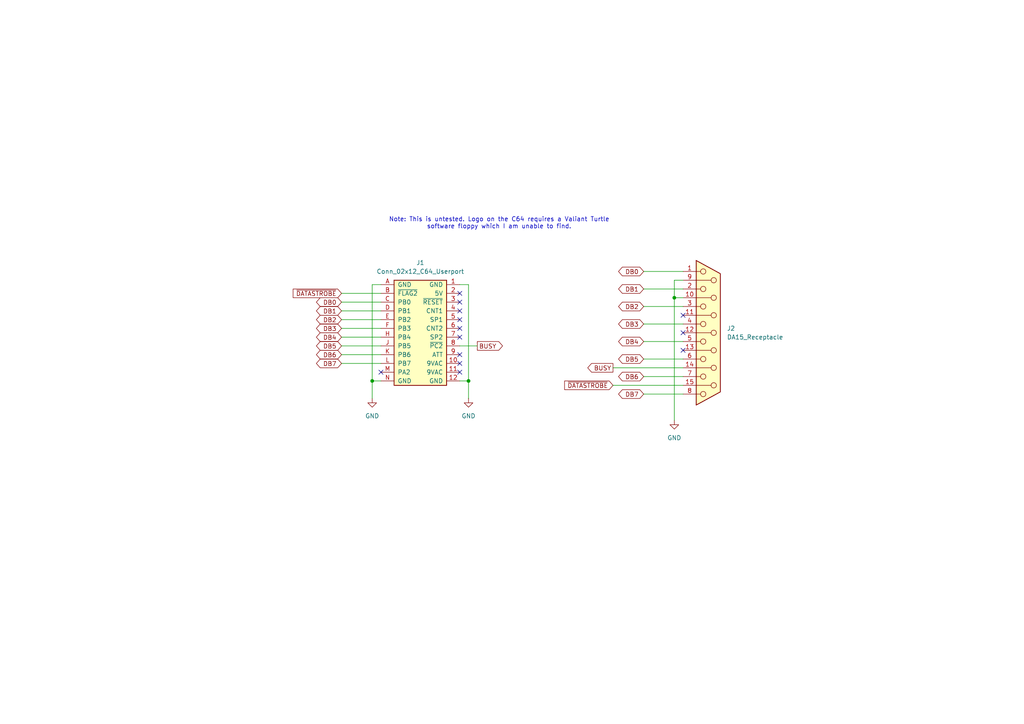
<source format=kicad_sch>
(kicad_sch (version 20231120) (generator "eeschema") (generator_version "8.0")
  (paper "A4")
  (title_block (title "Valiant Turtle - C64 Userport Adapter") (date "2024-11-23") (rev "1_0") (company "https://www.waitingforfriday.com") (comment 1 "(c) 2024 Simon Inns") (comment 2 "License: Attribution-ShareAlike 4.0 International (CC BY-SA 4.0)"))
  (lib_symbols
    (symbol "Connector:DA15_Receptacle" (pin_names (offset 1.016) hide)
      (property "Reference" "J" (at 0.508 21.59 0))
      (property "Value" "DA15_Receptacle" (at 0 -22.225 0))
      (symbol "DA15_Receptacle_0_1"
        (circle (center -1.778 -17.78) (radius 0.762))
        (circle (center -1.778 -12.7) (radius 0.762))
        (circle (center -1.778 -7.62) (radius 0.762))
        (circle (center -1.778 -2.54) (radius 0.762))
        (circle (center -1.778 2.54) (radius 0.762))
        (circle (center -1.778 7.62) (radius 0.762))
        (circle (center -1.778 12.7) (radius 0.762))
        (circle (center -1.778 17.78) (radius 0.762))
        (polyline (pts (xy -3.81 -17.78) (xy -2.54 -17.78)))
        (polyline (pts (xy -3.81 -15.24) (xy 0.508 -15.24)))
        (polyline (pts (xy -3.81 -12.7) (xy -2.54 -12.7)))
        (polyline (pts (xy -3.81 -10.16) (xy 0.508 -10.16)))
        (polyline (pts (xy -3.81 -7.62) (xy -2.54 -7.62)))
        (polyline (pts (xy -3.81 -5.08) (xy 0.508 -5.08)))
        (polyline (pts (xy -3.81 -2.54) (xy -2.54 -2.54)))
        (polyline (pts (xy -3.81 0) (xy 0.508 0)))
        (polyline (pts (xy -3.81 2.54) (xy -2.54 2.54)))
        (polyline (pts (xy -3.81 5.08) (xy 0.508 5.08)))
        (polyline (pts (xy -3.81 7.62) (xy -2.54 7.62)))
        (polyline (pts (xy -3.81 10.16) (xy 0.508 10.16)))
        (polyline (pts (xy -3.81 12.7) (xy -2.54 12.7)))
        (polyline (pts (xy -3.81 15.24) (xy 0.508 15.24)))
        (polyline (pts (xy -3.81 17.78) (xy -2.54 17.78)))
        (polyline (pts (xy -3.81 20.955) (xy 3.175 17.145) (xy 3.175 -17.145) (xy -3.81 -20.955) (xy -3.81 20.955)) (stroke (width 0.254)) (fill (type background)))
        (circle (center 1.27 -15.24) (radius 0.762))
        (circle (center 1.27 -10.16) (radius 0.762))
        (circle (center 1.27 -5.08) (radius 0.762))
        (circle (center 1.27 0) (radius 0.762))
        (circle (center 1.27 5.08) (radius 0.762))
        (circle (center 1.27 10.16) (radius 0.762))
        (circle (center 1.27 15.24) (radius 0.762))
      )
      (symbol "DA15_Receptacle_1_1"
        (pin passive line (at -7.62 17.78 0) (length 3.81) (name "1") (number "1"))
        (pin passive line (at -7.62 10.16 0) (length 3.81) (name "P10") (number "10"))
        (pin passive line (at -7.62 5.08 0) (length 3.81) (name "P111") (number "11"))
        (pin passive line (at -7.62 0 0) (length 3.81) (name "P12") (number "12"))
        (pin passive line (at -7.62 -5.08 0) (length 3.81) (name "P13") (number "13"))
        (pin passive line (at -7.62 -10.16 0) (length 3.81) (name "P14") (number "14"))
        (pin passive line (at -7.62 -15.24 0) (length 3.81) (name "P15") (number "15"))
        (pin passive line (at -7.62 12.7 0) (length 3.81) (name "2") (number "2"))
        (pin passive line (at -7.62 7.62 0) (length 3.81) (name "3") (number "3"))
        (pin passive line (at -7.62 2.54 0) (length 3.81) (name "4") (number "4"))
        (pin passive line (at -7.62 -2.54 0) (length 3.81) (name "5") (number "5"))
        (pin passive line (at -7.62 -7.62 0) (length 3.81) (name "6") (number "6"))
        (pin passive line (at -7.62 -12.7 0) (length 3.81) (name "7") (number "7"))
        (pin passive line (at -7.62 -17.78 0) (length 3.81) (name "8") (number "8"))
        (pin passive line (at -7.62 15.24 0) (length 3.81) (name "P9") (number "9"))
      )
    )
    (symbol "c64_ports:Conn_02x12_C64_Userport" (pin_names (offset 1.016))
      (property "Reference" "J" (at 6.858 15.24 0))
      (property "Value" "Conn_02x12_C64_Userport" (at 1.27 -17.78 0))
      (symbol "Conn_02x12_C64_Userport_1_1"
        (rectangle (start -7.62 13.97) (end 7.62 -16.51) (stroke (width 0.254)) (fill (type background)))
        (pin passive line (at 11.43 12.7 180) (length 3.81) (name "GND") (number "1"))
        (pin passive line (at 11.43 -10.16 180) (length 3.81) (name "9VAC") (number "10"))
        (pin passive line (at 11.43 -12.7 180) (length 3.81) (name "9VAC") (number "11"))
        (pin passive line (at 11.43 -15.24 180) (length 3.81) (name "GND") (number "12"))
        (pin passive line (at 11.43 10.16 180) (length 3.81) (name "5V") (number "2"))
        (pin passive line (at 11.43 7.62 180) (length 3.81) (name "~{RESET}") (number "3"))
        (pin passive line (at 11.43 5.08 180) (length 3.81) (name "CNT1") (number "4"))
        (pin passive line (at 11.43 2.54 180) (length 3.81) (name "SP1") (number "5"))
        (pin passive line (at 11.43 0 180) (length 3.81) (name "CNT2") (number "6"))
        (pin passive line (at 11.43 -2.54 180) (length 3.81) (name "SP2") (number "7"))
        (pin passive line (at 11.43 -5.08 180) (length 3.81) (name "~{PC2}") (number "8"))
        (pin passive line (at 11.43 -7.62 180) (length 3.81) (name "ATT") (number "9"))
        (pin passive line (at -11.43 12.7 0) (length 3.81) (name "GND") (number "A"))
        (pin passive line (at -11.43 10.16 0) (length 3.81) (name "~{FLAG2}") (number "B"))
        (pin passive line (at -11.43 7.62 0) (length 3.81) (name "PB0") (number "C"))
        (pin passive line (at -11.43 5.08 0) (length 3.81) (name "PB1") (number "D"))
        (pin passive line (at -11.43 2.54 0) (length 3.81) (name "PB2") (number "E"))
        (pin passive line (at -11.43 0 0) (length 3.81) (name "PB3") (number "F"))
        (pin passive line (at -11.43 -2.54 0) (length 3.81) (name "PB4") (number "H"))
        (pin passive line (at -11.43 -5.08 0) (length 3.81) (name "PB5") (number "J"))
        (pin passive line (at -11.43 -7.62 0) (length 3.81) (name "PB6") (number "K"))
        (pin passive line (at -11.43 -10.16 0) (length 3.81) (name "PB7") (number "L"))
        (pin passive line (at -11.43 -12.7 0) (length 3.81) (name "PA2") (number "M"))
        (pin passive line (at -11.43 -15.24 0) (length 3.81) (name "GND") (number "N"))
      )
    )
    (symbol "power:GND" (power) (pin_numbers hide) (pin_names (offset 0) hide)
      (property "Value" "GND" (at 0 -3.81 0))
      (symbol "GND_0_1"
        (polyline (pts (xy 0 0) (xy 0 -1.27) (xy 1.27 -1.27) (xy 0 -2.54) (xy -1.27 -1.27) (xy 0 -1.27)))
      )
      (symbol "GND_1_1"
        (pin power_in line (at 0 0 270) (length 0) (name "~") (number "1"))
      )
    )
  )
  (junction (at 135.89 110.49))
  (junction (at 107.95 110.49))
  (junction (at 195.58 86.36))
  (no_connect (at 133.35 105.41))
  (no_connect (at 133.35 107.95))
  (no_connect (at 198.12 96.52))
  (no_connect (at 198.12 91.44))
  (no_connect (at 133.35 97.79))
  (no_connect (at 133.35 95.25))
  (no_connect (at 133.35 92.71))
  (no_connect (at 133.35 85.09))
  (no_connect (at 110.49 107.95))
  (no_connect (at 133.35 87.63))
  (no_connect (at 133.35 90.17))
  (no_connect (at 133.35 102.87))
  (no_connect (at 198.12 101.6))
  (wire (pts (xy 195.58 86.36) (xy 195.58 121.92)))
  (wire (pts (xy 99.06 97.79) (xy 110.49 97.79)))
  (wire (pts (xy 107.95 110.49) (xy 110.49 110.49)))
  (wire (pts (xy 135.89 115.57) (xy 135.89 110.49)))
  (wire (pts (xy 99.06 92.71) (xy 110.49 92.71)))
  (wire (pts (xy 99.06 85.09) (xy 110.49 85.09)))
  (wire (pts (xy 133.35 110.49) (xy 135.89 110.49)))
  (wire (pts (xy 99.06 95.25) (xy 110.49 95.25)))
  (wire (pts (xy 186.69 104.14) (xy 198.12 104.14)))
  (wire (pts (xy 186.69 109.22) (xy 198.12 109.22)))
  (wire (pts (xy 99.06 102.87) (xy 110.49 102.87)))
  (wire (pts (xy 110.49 82.55) (xy 107.95 82.55)))
  (wire (pts (xy 135.89 110.49) (xy 135.89 82.55)))
  (wire (pts (xy 99.06 105.41) (xy 110.49 105.41)))
  (wire (pts (xy 177.8 106.68) (xy 198.12 106.68)))
  (wire (pts (xy 99.06 87.63) (xy 110.49 87.63)))
  (wire (pts (xy 107.95 82.55) (xy 107.95 110.49)))
  (wire (pts (xy 135.89 82.55) (xy 133.35 82.55)))
  (wire (pts (xy 195.58 81.28) (xy 195.58 86.36)))
  (wire (pts (xy 186.69 99.06) (xy 198.12 99.06)))
  (wire (pts (xy 133.35 100.33) (xy 138.43 100.33)))
  (wire (pts (xy 107.95 110.49) (xy 107.95 115.57)))
  (wire (pts (xy 177.8 111.76) (xy 198.12 111.76)))
  (wire (pts (xy 186.69 88.9) (xy 198.12 88.9)))
  (wire (pts (xy 99.06 90.17) (xy 110.49 90.17)))
  (wire (pts (xy 186.69 78.74) (xy 198.12 78.74)))
  (wire (pts (xy 186.69 114.3) (xy 198.12 114.3)))
  (wire (pts (xy 186.69 93.98) (xy 198.12 93.98)))
  (wire (pts (xy 195.58 86.36) (xy 198.12 86.36)))
  (wire (pts (xy 198.12 81.28) (xy 195.58 81.28)))
  (wire (pts (xy 99.06 100.33) (xy 110.49 100.33)))
  (wire (pts (xy 186.69 83.82) (xy 198.12 83.82)))
  (text "Note: This is untested. Logo on the C64 requires a Valiant Turtle\nsoftware floppy which I am unable to find." (at 144.78 64.77 0) (effects (font (size 1.27 1.27))))
  (global_label "DB4" (shape bidirectional) (at 99.06 97.79 180) (property "Intersheetrefs" "${INTERSHEET_REFS}" (effects (hide yes))))
  (global_label "DB0" (shape bidirectional) (at 99.06 87.63 180) (property "Intersheetrefs" "${INTERSHEET_REFS}" (effects (hide yes))))
  (global_label "DB2" (shape bidirectional) (at 99.06 92.71 180) (property "Intersheetrefs" "${INTERSHEET_REFS}" (effects (hide yes))))
  (global_label "DB2" (shape bidirectional) (at 186.69 88.9 180) (property "Intersheetrefs" "${INTERSHEET_REFS}" (effects (hide yes))))
  (global_label "DB4" (shape bidirectional) (at 186.69 99.06 180) (property "Intersheetrefs" "${INTERSHEET_REFS}" (effects (hide yes))))
  (global_label "DB7" (shape bidirectional) (at 186.69 114.3 180) (property "Intersheetrefs" "${INTERSHEET_REFS}" (effects (hide yes))))
  (global_label "DB0" (shape bidirectional) (at 186.69 78.74 180) (property "Intersheetrefs" "${INTERSHEET_REFS}" (effects (hide yes))))
  (global_label "DB7" (shape bidirectional) (at 99.06 105.41 180) (property "Intersheetrefs" "${INTERSHEET_REFS}" (effects (hide yes))))
  (global_label "DB1" (shape bidirectional) (at 186.69 83.82 180) (property "Intersheetrefs" "${INTERSHEET_REFS}" (effects (hide yes))))
  (global_label "DB5" (shape bidirectional) (at 186.69 104.14 180) (property "Intersheetrefs" "${INTERSHEET_REFS}" (effects (hide yes))))
  (global_label "DB1" (shape bidirectional) (at 99.06 90.17 180) (property "Intersheetrefs" "${INTERSHEET_REFS}" (effects (hide yes))))
  (global_label "DB3" (shape bidirectional) (at 186.69 93.98 180) (property "Intersheetrefs" "${INTERSHEET_REFS}" (effects (hide yes))))
  (global_label "~{DATASTROBE}" (shape input) (at 99.06 85.09 180) (property "Intersheetrefs" "${INTERSHEET_REFS}" (effects (hide yes))))
  (global_label "~{DATASTROBE}" (shape input) (at 177.8 111.76 180) (property "Intersheetrefs" "${INTERSHEET_REFS}" (effects (hide yes))))
  (global_label "BUSY" (shape output) (at 177.8 106.68 180) (property "Intersheetrefs" "${INTERSHEET_REFS}" (effects (hide yes))))
  (global_label "DB6" (shape bidirectional) (at 186.69 109.22 180) (property "Intersheetrefs" "${INTERSHEET_REFS}" (effects (hide yes))))
  (global_label "BUSY" (shape output) (at 138.43 100.33 0) (property "Intersheetrefs" "${INTERSHEET_REFS}" (effects (hide yes))))
  (global_label "DB3" (shape bidirectional) (at 99.06 95.25 180) (property "Intersheetrefs" "${INTERSHEET_REFS}" (effects (hide yes))))
  (global_label "DB6" (shape bidirectional) (at 99.06 102.87 180) (property "Intersheetrefs" "${INTERSHEET_REFS}" (effects (hide yes))))
  (global_label "DB5" (shape bidirectional) (at 99.06 100.33 180) (property "Intersheetrefs" "${INTERSHEET_REFS}" (effects (hide yes))))
  (symbol (lib_id "Connector:DA15_Receptacle") (at 205.74 96.52 0) (unit 1)
    (property "Reference" "J2" (at 210.82 95.2499 0) (effects (justify left)))
    (property "Value" "DA15_Receptacle" (at 210.82 97.7899 0) (effects (justify left)))
    (property "Description" "15-pin female receptacle socket D-SUB connector (low-density/2 columns)" (effects (hide yes)))
  )
  (symbol (lib_id "c64_ports:Conn_02x12_C64_Userport") (at 121.92 95.25 0) (unit 1)
    (property "Reference" "J1" (at 121.92 76.2 0))
    (property "Value" "Conn_02x12_C64_Userport" (at 121.92 78.74 0))
    (property "Description" "Generic connector, double row, 02x12, Commodore 64 User Port" (effects (hide yes)))
  )
  (symbol (lib_id "power:GND") (at 135.89 115.57 0) (unit 1)
    (property "Reference" "#PWR03" (effects (hide yes)))
    (property "Value" "GND" (at 135.89 120.65 0))
    (property "Description" "Power symbol creates a global label with name \"GND\" , ground" (effects (hide yes)))
  )
  (symbol (lib_id "power:GND") (at 107.95 115.57 0) (unit 1)
    (property "Reference" "#PWR02" (effects (hide yes)))
    (property "Value" "GND" (at 107.95 120.65 0))
    (property "Description" "Power symbol creates a global label with name \"GND\" , ground" (effects (hide yes)))
  )
  (symbol (lib_id "power:GND") (at 195.58 121.92 0) (unit 1)
    (property "Reference" "#PWR01" (effects (hide yes)))
    (property "Value" "GND" (at 195.58 127 0))
    (property "Description" "Power symbol creates a global label with name \"GND\" , ground" (effects (hide yes)))
  )
)
</source>
